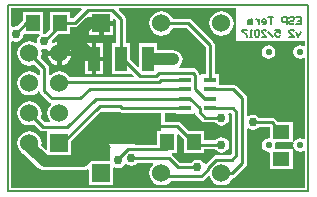
<source format=gbl>
G04 Layer_Physical_Order=2*
G04 Layer_Color=16711680*
%FSLAX25Y25*%
%MOIN*%
G70*
G01*
G75*
%ADD16C,0.01000*%
%ADD17C,0.04000*%
%ADD18C,0.00600*%
%ADD19R,0.06000X0.06000*%
%ADD20C,0.06000*%
%ADD21R,0.06000X0.06000*%
%ADD22C,0.02200*%
%ADD23C,0.03000*%
%ADD24R,0.04724X0.05512*%
%ADD25R,0.04000X0.01700*%
%ADD26R,0.05512X0.04724*%
%ADD27R,0.04134X0.08465*%
%ADD28R,0.13386X0.08465*%
%ADD29R,0.04134X0.08465*%
G36*
X76000Y50000D02*
X99000D01*
Y48671D01*
X98500Y48404D01*
X98178Y48619D01*
X97300Y48794D01*
X96422Y48619D01*
X95678Y48122D01*
X95181Y47378D01*
X95006Y46500D01*
X95181Y45622D01*
X95678Y44878D01*
X96422Y44381D01*
X97300Y44206D01*
X98178Y44381D01*
X98500Y44596D01*
X99000Y44328D01*
Y17672D01*
X98500Y17404D01*
X98178Y17619D01*
X97300Y17794D01*
X96422Y17619D01*
X95678Y17122D01*
X95256Y16491D01*
X94756Y16611D01*
Y23162D01*
X89801D01*
X88881Y24081D01*
X88385Y24413D01*
X87800Y24529D01*
X83485D01*
X83302Y24802D01*
X82476Y25355D01*
X81500Y25549D01*
X80524Y25355D01*
X80029Y25024D01*
X79529Y25291D01*
Y31000D01*
X79413Y31585D01*
X79081Y32081D01*
X76007Y35156D01*
X75511Y35488D01*
X74925Y35604D01*
X70248D01*
Y39074D01*
X68777D01*
Y48752D01*
X68661Y49337D01*
X68330Y49833D01*
X61081Y57081D01*
X60585Y57413D01*
X60000Y57529D01*
X54696D01*
X54494Y58017D01*
X53853Y58853D01*
X53017Y59494D01*
X52044Y59897D01*
X51000Y60035D01*
X49956Y59897D01*
X48983Y59494D01*
X48147Y58853D01*
X47506Y58017D01*
X47103Y57044D01*
X46966Y56000D01*
X47103Y54956D01*
X47506Y53983D01*
X48147Y53147D01*
X48983Y52506D01*
X49956Y52103D01*
X51000Y51965D01*
X52044Y52103D01*
X53017Y52506D01*
X53853Y53147D01*
X54494Y53983D01*
X54696Y54471D01*
X59367D01*
X65719Y48118D01*
Y39074D01*
X64248D01*
Y38912D01*
X63748Y38863D01*
X63665Y39281D01*
X63333Y39777D01*
X62455Y40656D01*
X61959Y40987D01*
X61373Y41104D01*
X56975D01*
X56805Y41604D01*
X57140Y41860D01*
X57621Y42487D01*
X57923Y43217D01*
X58026Y44000D01*
X57923Y44783D01*
X57621Y45513D01*
X57140Y46140D01*
X56513Y46621D01*
X55783Y46923D01*
X55000Y47026D01*
X49622D01*
Y49437D01*
X43488D01*
Y41667D01*
X43026Y41476D01*
X40567Y43935D01*
Y49437D01*
X39029D01*
Y57621D01*
X38913Y58207D01*
X38581Y58703D01*
X36746Y60538D01*
X36937Y61000D01*
X76000D01*
Y50000D01*
D02*
G37*
G36*
X10410Y51944D02*
X10198Y51802D01*
X9645Y50976D01*
X9451Y50000D01*
X9500Y49754D01*
X9046Y49472D01*
X9017Y49494D01*
X8044Y49897D01*
X7000Y50034D01*
X5956Y49897D01*
X4983Y49494D01*
X4147Y48853D01*
X3506Y48017D01*
X3103Y47044D01*
X2966Y46000D01*
X3103Y44956D01*
X3506Y43983D01*
X4147Y43147D01*
X4983Y42506D01*
X5956Y42103D01*
X7000Y41965D01*
X8044Y42103D01*
X8532Y42305D01*
X10471Y40367D01*
Y38826D01*
X9997Y38665D01*
X9853Y38853D01*
X9017Y39494D01*
X8044Y39897D01*
X7000Y40034D01*
X5956Y39897D01*
X4983Y39494D01*
X4147Y38853D01*
X3506Y38017D01*
X3103Y37044D01*
X2966Y36000D01*
X3103Y34956D01*
X3506Y33983D01*
X4147Y33147D01*
X4983Y32506D01*
X5956Y32103D01*
X7000Y31966D01*
X8044Y32103D01*
X9017Y32506D01*
X9853Y33147D01*
X9994Y33332D01*
X10529Y33207D01*
X10587Y32915D01*
X10919Y32419D01*
X13419Y29919D01*
X13915Y29587D01*
X14207Y29529D01*
X14332Y28994D01*
X14147Y28853D01*
X13506Y28017D01*
X13103Y27044D01*
X12966Y26000D01*
X13103Y24956D01*
X13506Y23983D01*
X13854Y23529D01*
X13607Y23029D01*
X12133D01*
X10695Y24468D01*
X10897Y24956D01*
X11034Y26000D01*
X10897Y27044D01*
X10494Y28017D01*
X9853Y28853D01*
X9017Y29494D01*
X8044Y29897D01*
X7000Y30035D01*
X5956Y29897D01*
X4983Y29494D01*
X4147Y28853D01*
X3506Y28017D01*
X3103Y27044D01*
X2966Y26000D01*
X3103Y24956D01*
X3506Y23983D01*
X4147Y23147D01*
X4983Y22506D01*
X5956Y22103D01*
X7000Y21966D01*
X8044Y22103D01*
X8532Y22305D01*
X10419Y20419D01*
X10915Y20087D01*
X11500Y19971D01*
X13000D01*
Y14033D01*
X12538Y13841D01*
X10958Y15421D01*
X11034Y16000D01*
X10897Y17044D01*
X10494Y18017D01*
X9853Y18853D01*
X9017Y19494D01*
X8044Y19897D01*
X7000Y20034D01*
X5956Y19897D01*
X4983Y19494D01*
X4147Y18853D01*
X3506Y18017D01*
X3103Y17044D01*
X2966Y16000D01*
X3103Y14956D01*
X3506Y13983D01*
X4147Y13147D01*
X4983Y12506D01*
X5550Y12271D01*
X9960Y7860D01*
X10587Y7379D01*
X11317Y7077D01*
X12100Y6974D01*
X25000D01*
X25783Y7077D01*
X26513Y7379D01*
X26552Y7409D01*
X27000Y7188D01*
Y2000D01*
X35000D01*
Y7765D01*
X35441Y8001D01*
X35524Y7945D01*
X36500Y7751D01*
X37475Y7945D01*
X38302Y8498D01*
X38683Y9067D01*
X39167Y9190D01*
X39286Y9138D01*
X40025Y8645D01*
X41000Y8451D01*
X41976Y8645D01*
X42802Y9198D01*
X42985Y9471D01*
X48175D01*
X48335Y8997D01*
X48147Y8853D01*
X47506Y8017D01*
X47103Y7044D01*
X46966Y6000D01*
X47103Y4956D01*
X47506Y3983D01*
X48147Y3147D01*
X48983Y2506D01*
X49956Y2103D01*
X51000Y1966D01*
X52044Y2103D01*
X53017Y2506D01*
X53853Y3147D01*
X54101Y3471D01*
X64243D01*
X64828Y3587D01*
X65324Y3919D01*
X66617Y5212D01*
X67090Y5051D01*
X67103Y4956D01*
X67506Y3983D01*
X68147Y3147D01*
X68983Y2506D01*
X69956Y2103D01*
X71000Y1966D01*
X72044Y2103D01*
X73017Y2506D01*
X73853Y3147D01*
X74494Y3983D01*
X74714Y4513D01*
X75085Y4587D01*
X75581Y4919D01*
X79081Y8419D01*
X79413Y8915D01*
X79529Y9500D01*
Y20709D01*
X80029Y20976D01*
X80524Y20645D01*
X81500Y20451D01*
X82476Y20645D01*
X83302Y21198D01*
X83485Y21471D01*
X87167D01*
X87244Y21393D01*
Y18080D01*
X86858Y17763D01*
X86700Y17794D01*
X85822Y17619D01*
X85078Y17122D01*
X84581Y16378D01*
X84406Y15500D01*
X84581Y14622D01*
X85078Y13878D01*
X85822Y13381D01*
X86700Y13206D01*
X86858Y13237D01*
X87244Y12920D01*
Y7438D01*
X94756D01*
Y14162D01*
X89043D01*
X88839Y14543D01*
X88827Y14662D01*
X88994Y15500D01*
X88907Y15938D01*
X89317Y16438D01*
X94683D01*
X95134Y16143D01*
X95006Y15500D01*
X95181Y14622D01*
X95678Y13878D01*
X96422Y13381D01*
X97300Y13206D01*
X98178Y13381D01*
X98500Y13596D01*
X99000Y13329D01*
Y1000D01*
X1000D01*
Y49965D01*
X1441Y50201D01*
X1524Y50145D01*
X2500Y49951D01*
X3475Y50145D01*
X4302Y50698D01*
X4855Y51525D01*
X5038Y52444D01*
X10258D01*
X10410Y51944D01*
D02*
G37*
G36*
X27000Y58134D02*
Y56750D01*
X35000D01*
Y57305D01*
X35462Y57497D01*
X35971Y56988D01*
Y49437D01*
X34433D01*
Y38972D01*
X40567D01*
Y38972D01*
X41017Y39159D01*
X41713Y38464D01*
X41521Y38002D01*
X20500D01*
X20494Y38017D01*
X19853Y38853D01*
X19017Y39494D01*
X18044Y39897D01*
X17000Y40034D01*
X15956Y39897D01*
X14983Y39494D01*
X14147Y38853D01*
X14003Y38665D01*
X13529Y38826D01*
Y41000D01*
X13413Y41585D01*
X13081Y42081D01*
X10695Y44468D01*
X10897Y44956D01*
X11034Y46000D01*
X10897Y47044D01*
X10822Y47225D01*
X11204Y47609D01*
X12000Y47451D01*
X12796Y47609D01*
X13178Y47225D01*
X13103Y47044D01*
X13064Y46750D01*
X16250D01*
Y49936D01*
X15956Y49897D01*
X14983Y49494D01*
X14954Y49472D01*
X14500Y49754D01*
X14549Y50000D01*
X14485Y50322D01*
X16607Y52444D01*
X20462D01*
Y54671D01*
X22250D01*
X22836Y54787D01*
X23332Y55119D01*
X26538Y58325D01*
X27000Y58134D01*
D02*
G37*
G36*
X74471Y25866D02*
Y12633D01*
X73866Y12029D01*
X69136D01*
X68551Y11913D01*
X68055Y11581D01*
X65753Y9280D01*
X65109Y9343D01*
X64802Y9802D01*
X63976Y10355D01*
X63000Y10549D01*
X62024Y10355D01*
X61198Y9802D01*
X61015Y9529D01*
X57134D01*
X54581Y12081D01*
X54488Y12144D01*
X54639Y12644D01*
X56262D01*
Y18922D01*
X56724Y19113D01*
X58538Y17299D01*
Y12644D01*
X65262D01*
Y13971D01*
X69015D01*
X69198Y13698D01*
X70025Y13145D01*
X71000Y12951D01*
X71975Y13145D01*
X72802Y13698D01*
X73355Y14525D01*
X73549Y15500D01*
X73355Y16476D01*
X72802Y17302D01*
X71975Y17855D01*
X71000Y18049D01*
X70025Y17855D01*
X69198Y17302D01*
X69015Y17029D01*
X65262D01*
Y20156D01*
X60007D01*
X57381Y22781D01*
X56885Y23113D01*
X56300Y23229D01*
X52020D01*
Y26246D01*
X55752D01*
Y25926D01*
X61752D01*
Y26087D01*
X62252Y26137D01*
X62335Y25719D01*
X62667Y25223D01*
X64471Y23419D01*
X64967Y23087D01*
X65552Y22971D01*
X69015D01*
X69198Y22698D01*
X70025Y22145D01*
X71000Y21951D01*
X71975Y22145D01*
X72802Y22698D01*
X73355Y23525D01*
X73549Y24500D01*
X73355Y25475D01*
X73135Y25805D01*
X73370Y26246D01*
X74091D01*
X74471Y25866D01*
D02*
G37*
G36*
X37382Y26363D02*
X37967Y26246D01*
X51000D01*
Y20156D01*
X49538D01*
Y15529D01*
X42054D01*
X41819Y15970D01*
X41855Y16025D01*
X41900Y16250D01*
X39500D01*
Y17750D01*
X42132D01*
X42802Y18198D01*
X43355Y19025D01*
X43400Y19250D01*
X41000D01*
Y20000D01*
X40250D01*
Y22400D01*
X40025Y22355D01*
X39198Y21802D01*
X39135Y21709D01*
X38475Y22150D01*
X38250Y22195D01*
Y19795D01*
X36750D01*
Y22195D01*
X36525Y22150D01*
X35865Y21709D01*
X35802Y21802D01*
X34975Y22355D01*
X34750Y22400D01*
Y20000D01*
X34000D01*
Y19250D01*
X31600D01*
X31645Y19025D01*
X32198Y18198D01*
X32868Y17750D01*
X35500D01*
Y16250D01*
X33100D01*
X33145Y16025D01*
X33698Y15198D01*
X33969Y15016D01*
X34018Y14518D01*
X34000Y14500D01*
Y10546D01*
X33988Y10488D01*
X33500Y10000D01*
X21000D01*
Y12000D01*
Y16837D01*
X30663Y26500D01*
X37176D01*
X37382Y26363D01*
D02*
G37*
G36*
X24425Y60538D02*
X21617Y57729D01*
X20462D01*
Y59956D01*
X13738D01*
Y53901D01*
X12322Y52485D01*
X12000Y52549D01*
X11962Y52542D01*
X11462Y52952D01*
Y59956D01*
X4738D01*
Y56901D01*
X2822Y54985D01*
X2500Y55049D01*
X1524Y54855D01*
X1441Y54799D01*
X1000Y55035D01*
Y61000D01*
X24234D01*
X24425Y60538D01*
D02*
G37*
%LPC*%
G36*
X71000Y60035D02*
X69956Y59897D01*
X68983Y59494D01*
X68147Y58853D01*
X67506Y58017D01*
X67103Y57044D01*
X66966Y56000D01*
X67103Y54956D01*
X67506Y53983D01*
X68147Y53147D01*
X68983Y52506D01*
X69956Y52103D01*
X71000Y51965D01*
X72044Y52103D01*
X73017Y52506D01*
X73853Y53147D01*
X74494Y53983D01*
X74897Y54956D01*
X75034Y56000D01*
X74897Y57044D01*
X74494Y58017D01*
X73853Y58853D01*
X73017Y59494D01*
X72044Y59897D01*
X71000Y60035D01*
D02*
G37*
G36*
X86700Y48794D02*
X85822Y48619D01*
X85078Y48122D01*
X84581Y47378D01*
X84406Y46500D01*
X84581Y45622D01*
X85078Y44878D01*
X85822Y44381D01*
X86700Y44206D01*
X87578Y44381D01*
X88322Y44878D01*
X88819Y45622D01*
X88994Y46500D01*
X88819Y47378D01*
X88322Y48122D01*
X87578Y48619D01*
X86700Y48794D01*
D02*
G37*
G36*
X31512Y43455D02*
X29195D01*
Y38972D01*
X31512D01*
Y43455D01*
D02*
G37*
G36*
X16250Y45250D02*
X13064D01*
X13103Y44956D01*
X13506Y43983D01*
X14147Y43147D01*
X14983Y42506D01*
X15956Y42103D01*
X16250Y42064D01*
Y45250D01*
D02*
G37*
G36*
X27695Y43455D02*
X25378D01*
Y38972D01*
X27695D01*
Y43455D01*
D02*
G37*
G36*
X20936Y45250D02*
X17750D01*
Y42064D01*
X18044Y42103D01*
X19017Y42506D01*
X19853Y43147D01*
X20494Y43983D01*
X20897Y44956D01*
X20936Y45250D01*
D02*
G37*
G36*
X30250Y55250D02*
X27000D01*
Y52000D01*
X30250D01*
Y55250D01*
D02*
G37*
G36*
X35000D02*
X31750D01*
Y52000D01*
X35000D01*
Y55250D01*
D02*
G37*
G36*
X17750Y49936D02*
Y46750D01*
X20936D01*
X20897Y47044D01*
X20494Y48017D01*
X19853Y48853D01*
X19017Y49494D01*
X18044Y49897D01*
X17750Y49936D01*
D02*
G37*
G36*
X27695Y49437D02*
X25378D01*
Y44955D01*
X27695D01*
Y49437D01*
D02*
G37*
G36*
X31512D02*
X29195D01*
Y44955D01*
X31512D01*
Y49437D01*
D02*
G37*
G36*
X33250Y22400D02*
X33024Y22355D01*
X32198Y21802D01*
X31645Y20976D01*
X31600Y20750D01*
X33250D01*
Y22400D01*
D02*
G37*
G36*
X41750D02*
Y20750D01*
X43400D01*
X43355Y20976D01*
X42802Y21802D01*
X41976Y22355D01*
X41750Y22400D01*
D02*
G37*
%LPD*%
D16*
X36500Y10500D02*
Y10743D01*
X37500Y44000D02*
X38339D01*
X91350Y20150D02*
X91500Y20000D01*
X39405Y21700D02*
X56300D01*
X61750Y16250D01*
X28500Y41200D02*
Y42500D01*
X62800Y15500D02*
X71000D01*
X65552Y24500D02*
X71000D01*
X28400Y41100D02*
X28500Y41200D01*
X24000Y31000D02*
X27075Y34075D01*
X26550Y60500D02*
X34621D01*
X22250Y56200D02*
X26550Y60500D01*
X17100Y56200D02*
X22250D01*
X12000Y50000D02*
X17100Y55100D01*
Y56000D01*
X37500Y19795D02*
X39405Y21700D01*
X81500Y23000D02*
X87800D01*
X91000Y19800D01*
X51000Y56000D02*
X60000D01*
X51000Y6000D02*
X52000Y5000D01*
X64243D01*
X2500Y52500D02*
X6000Y56000D01*
X7500D01*
X34621Y60500D02*
X37500Y57621D01*
X38339Y44000D02*
X43867Y38472D01*
X67248Y37224D02*
Y48752D01*
X60000Y56000D02*
X67248Y48752D01*
X30500Y28500D02*
X37243D01*
X19672Y21500D02*
X29097Y30925D01*
X17000Y16000D02*
X18000D01*
X11500Y21500D02*
X19672D01*
X12000Y33500D02*
Y41000D01*
Y33500D02*
X14500Y31000D01*
X24000D01*
X37500Y44205D02*
Y57621D01*
Y44000D02*
Y44205D01*
X60574Y30925D02*
X63748Y27751D01*
X58752Y30925D02*
X60574D01*
X93750Y43750D02*
X94000Y44000D01*
X85750Y43750D02*
X93750D01*
X82000Y40000D02*
X85750Y43750D01*
X67248Y34075D02*
X74925D01*
X71000Y6000D02*
X74500D01*
X66500Y7864D02*
X69136Y10500D01*
X64243Y5000D02*
X66500Y7257D01*
Y7864D01*
X69136Y10500D02*
X74500D01*
X74925Y34075D02*
X78000Y31000D01*
X74500Y6000D02*
X78000Y9500D01*
X74500Y10500D02*
X76000Y12000D01*
Y26500D01*
X74724Y27776D02*
X76000Y26500D01*
X67248Y27776D02*
X74724D01*
X63748Y26304D02*
X65552Y24500D01*
X63748Y26304D02*
Y27751D01*
X61900Y16400D02*
X62800Y15500D01*
X18000Y16000D02*
X30500Y28500D01*
X62252Y34100D02*
Y38696D01*
X78000Y9500D02*
Y31000D01*
X37243Y28500D02*
X37967Y27776D01*
X58752D01*
X61373Y39574D02*
X62252Y38696D01*
X29097Y30925D02*
X58752D01*
X27075Y34075D02*
X58752D01*
X43867Y38472D02*
X49243D01*
X50345Y39574D01*
X50072Y36472D02*
X50824Y37224D01*
X58752D01*
X50345Y39574D02*
X61373D01*
X65426Y30925D02*
X67248D01*
X62252Y34100D02*
X65426Y30925D01*
X17472Y36472D02*
X50072D01*
X17000Y36000D02*
X17472Y36472D01*
X7000Y26000D02*
X11500Y21500D01*
X7000Y46000D02*
X12000Y41000D01*
X37500Y19795D02*
Y22500D01*
X36500Y10743D02*
X39757Y14000D01*
X52400D01*
X53700Y15300D01*
X53500Y11000D02*
X56500Y8000D01*
X63000D01*
X41000Y11000D02*
X53500D01*
D17*
X35000Y22000D02*
X37205Y19795D01*
X25000Y10243D02*
X34553Y19795D01*
X22000Y50650D02*
X27825Y44825D01*
X27000Y56000D02*
X31000D01*
X7000Y15100D02*
Y16000D01*
X22000Y51000D02*
X27000Y56000D01*
X22000Y50650D02*
Y51000D01*
X25000Y10000D02*
Y10243D01*
X12100Y10000D02*
X25000D01*
X46760Y44000D02*
X55000D01*
X46555Y44205D02*
X46760Y44000D01*
X7000Y15100D02*
X12100Y10000D01*
X17000Y46000D02*
X22000Y51000D01*
D18*
X95867Y58098D02*
X97400D01*
Y55799D01*
X95867D01*
X97400Y56949D02*
X96634D01*
X93568Y57715D02*
X93951Y58098D01*
X94718D01*
X95101Y57715D01*
Y57332D01*
X94718Y56949D01*
X93951D01*
X93568Y56565D01*
Y56182D01*
X93951Y55799D01*
X94718D01*
X95101Y56182D01*
X92801Y55799D02*
Y58098D01*
X91652D01*
X91269Y57715D01*
Y56949D01*
X91652Y56565D01*
X92801D01*
X88203Y58098D02*
X86670D01*
X87436D01*
Y55799D01*
X84754D02*
X85520D01*
X85904Y56182D01*
Y56949D01*
X85520Y57332D01*
X84754D01*
X84371Y56949D01*
Y56565D01*
X85904D01*
X83604Y57332D02*
Y55799D01*
Y56565D01*
X83221Y56949D01*
X82838Y57332D01*
X82455D01*
X81305Y55799D02*
Y57332D01*
X80922D01*
X80539Y56949D01*
Y55799D01*
Y56949D01*
X80156Y57332D01*
X79772Y56949D01*
Y55799D01*
X97400Y53133D02*
X96634Y51600D01*
X95867Y53133D01*
X93568Y51600D02*
X95101D01*
X93568Y53133D01*
Y53516D01*
X93951Y53899D01*
X94718D01*
X95101Y53516D01*
X88969Y53899D02*
X90502D01*
Y52750D01*
X89736Y53133D01*
X89353D01*
X88969Y52750D01*
Y51983D01*
X89353Y51600D01*
X90119D01*
X90502Y51983D01*
X88203Y51600D02*
X86670Y53133D01*
X84371Y51600D02*
X85904D01*
X84371Y53133D01*
Y53516D01*
X84754Y53899D01*
X85520D01*
X85904Y53516D01*
X83604D02*
X83221Y53899D01*
X82455D01*
X82072Y53516D01*
Y51983D01*
X82455Y51600D01*
X83221D01*
X83604Y51983D01*
Y53516D01*
X81305Y51600D02*
X80539D01*
X80922D01*
Y53899D01*
X81305Y53516D01*
X79389Y53899D02*
X77856D01*
Y53516D01*
X79389Y51983D01*
Y51600D01*
X0Y0D02*
Y62000D01*
Y0D02*
X100000D01*
Y62000D01*
X99500D02*
X100000D01*
X0D02*
X99500D01*
D19*
X17000Y16000D02*
D03*
D20*
Y26000D02*
D03*
Y46000D02*
D03*
Y36000D02*
D03*
X7000D02*
D03*
Y46000D02*
D03*
Y26000D02*
D03*
Y16000D02*
D03*
X71000Y56000D02*
D03*
X51000D02*
D03*
X71000Y6000D02*
D03*
X51000D02*
D03*
D21*
X31000Y56000D02*
D03*
Y6000D02*
D03*
D22*
X97300Y46500D02*
D03*
X86700D02*
D03*
X97300Y15500D02*
D03*
X86700D02*
D03*
D23*
X36500Y10500D02*
D03*
X71000Y15500D02*
D03*
Y24500D02*
D03*
X29000Y41500D02*
D03*
Y44500D02*
D03*
X95500Y31000D02*
D03*
X69000Y20000D02*
D03*
X82000Y5000D02*
D03*
X81500Y23000D02*
D03*
X63000Y8000D02*
D03*
X2500Y52500D02*
D03*
X12000Y50000D02*
D03*
X37500Y44000D02*
D03*
X91500Y11000D02*
D03*
X94000Y44000D02*
D03*
X82000Y40000D02*
D03*
X55000Y44000D02*
D03*
X70500Y45000D02*
D03*
X64000Y58000D02*
D03*
X37500Y19795D02*
D03*
X35500Y17000D02*
D03*
X41000Y20000D02*
D03*
X34000D02*
D03*
X39500Y17000D02*
D03*
X41000Y11000D02*
D03*
D24*
X17100Y56200D02*
D03*
X8100D02*
D03*
X61900Y16400D02*
D03*
X52900D02*
D03*
D25*
X67248Y37224D02*
D03*
Y34075D02*
D03*
Y30925D02*
D03*
Y27776D02*
D03*
X58752Y34075D02*
D03*
Y30925D02*
D03*
Y37224D02*
D03*
Y27776D02*
D03*
D26*
X91000Y10800D02*
D03*
Y19800D02*
D03*
D27*
X37500Y44205D02*
D03*
X46555D02*
D03*
D28*
X37500Y19795D02*
D03*
D29*
X28445Y44205D02*
D03*
M02*

</source>
